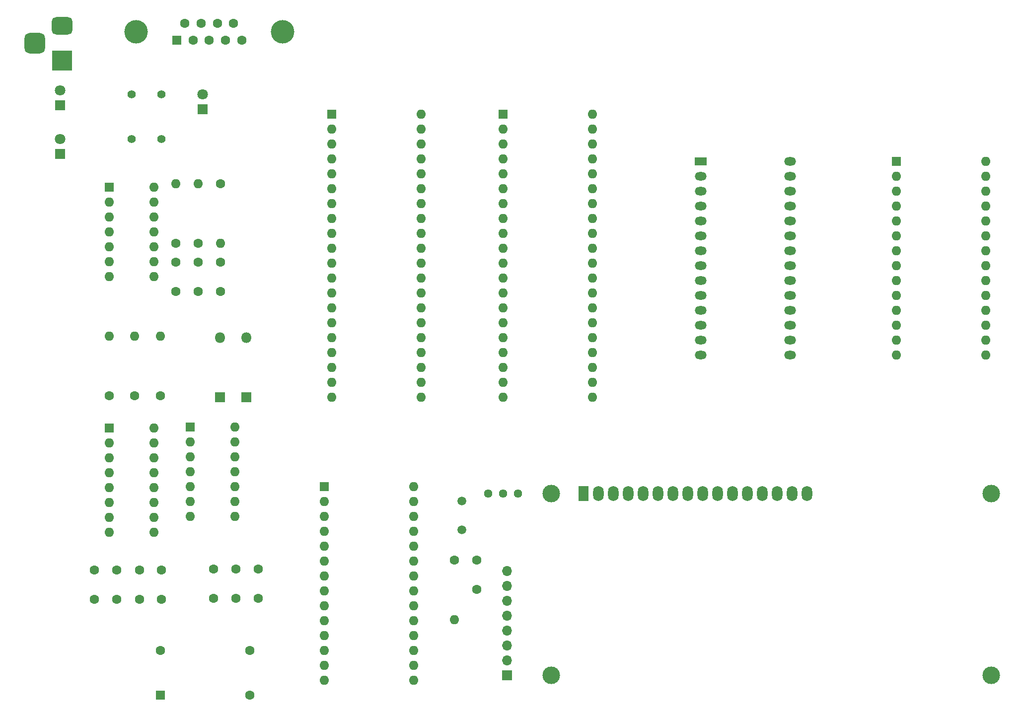
<source format=gbr>
G04 #@! TF.GenerationSoftware,KiCad,Pcbnew,(6.0.10-0)*
G04 #@! TF.CreationDate,2024-07-27T08:04:34-04:00*
G04 #@! TF.ProjectId,6502_wozmon,36353032-5f77-46f7-9a6d-6f6e2e6b6963,rev?*
G04 #@! TF.SameCoordinates,Original*
G04 #@! TF.FileFunction,Soldermask,Top*
G04 #@! TF.FilePolarity,Negative*
%FSLAX46Y46*%
G04 Gerber Fmt 4.6, Leading zero omitted, Abs format (unit mm)*
G04 Created by KiCad (PCBNEW (6.0.10-0)) date 2024-07-27 08:04:34*
%MOMM*%
%LPD*%
G01*
G04 APERTURE LIST*
G04 Aperture macros list*
%AMRoundRect*
0 Rectangle with rounded corners*
0 $1 Rounding radius*
0 $2 $3 $4 $5 $6 $7 $8 $9 X,Y pos of 4 corners*
0 Add a 4 corners polygon primitive as box body*
4,1,4,$2,$3,$4,$5,$6,$7,$8,$9,$2,$3,0*
0 Add four circle primitives for the rounded corners*
1,1,$1+$1,$2,$3*
1,1,$1+$1,$4,$5*
1,1,$1+$1,$6,$7*
1,1,$1+$1,$8,$9*
0 Add four rect primitives between the rounded corners*
20,1,$1+$1,$2,$3,$4,$5,0*
20,1,$1+$1,$4,$5,$6,$7,0*
20,1,$1+$1,$6,$7,$8,$9,0*
20,1,$1+$1,$8,$9,$2,$3,0*%
G04 Aperture macros list end*
%ADD10C,1.600000*%
%ADD11R,1.600000X1.600000*%
%ADD12O,1.600000X1.600000*%
%ADD13C,3.000000*%
%ADD14R,1.800000X2.600000*%
%ADD15O,1.800000X2.600000*%
%ADD16C,4.000000*%
%ADD17R,1.800000X1.800000*%
%ADD18O,1.800000X1.800000*%
%ADD19R,3.500000X3.500000*%
%ADD20RoundRect,0.750000X-1.000000X0.750000X-1.000000X-0.750000X1.000000X-0.750000X1.000000X0.750000X0*%
%ADD21RoundRect,0.875000X-0.875000X0.875000X-0.875000X-0.875000X0.875000X-0.875000X0.875000X0.875000X0*%
%ADD22C,1.800000*%
%ADD23C,1.500000*%
%ADD24C,1.397000*%
%ADD25R,1.700000X1.700000*%
%ADD26O,1.700000X1.700000*%
%ADD27R,2.000000X1.440000*%
%ADD28O,2.000000X1.440000*%
%ADD29C,1.440000*%
G04 APERTURE END LIST*
D10*
G04 #@! TO.C,C9*
X50257500Y-111585000D03*
X50257500Y-116585000D03*
G04 #@! TD*
D11*
G04 #@! TO.C,U3*
X175541666Y-41925000D03*
D12*
X175541666Y-44465000D03*
X175541666Y-47005000D03*
X175541666Y-49545000D03*
X175541666Y-52085000D03*
X175541666Y-54625000D03*
X175541666Y-57165000D03*
X175541666Y-59705000D03*
X175541666Y-62245000D03*
X175541666Y-64785000D03*
X175541666Y-67325000D03*
X175541666Y-69865000D03*
X175541666Y-72405000D03*
X175541666Y-74945000D03*
X190781666Y-74945000D03*
X190781666Y-72405000D03*
X190781666Y-69865000D03*
X190781666Y-67325000D03*
X190781666Y-64785000D03*
X190781666Y-62245000D03*
X190781666Y-59705000D03*
X190781666Y-57165000D03*
X190781666Y-54625000D03*
X190781666Y-52085000D03*
X190781666Y-49545000D03*
X190781666Y-47005000D03*
X190781666Y-44465000D03*
X190781666Y-41925000D03*
G04 #@! TD*
D10*
G04 #@! TO.C,C6*
X38827500Y-111585000D03*
X38827500Y-116585000D03*
G04 #@! TD*
D13*
G04 #@! TO.C,U8*
X191712500Y-98542500D03*
X191711980Y-129543200D03*
X116713400Y-129543200D03*
X116713400Y-98542500D03*
D14*
X122212500Y-98542500D03*
D15*
X124752500Y-98542500D03*
X127292500Y-98542500D03*
X129832500Y-98542500D03*
X132372500Y-98542500D03*
X134912500Y-98542500D03*
X137452500Y-98542500D03*
X139992500Y-98542500D03*
X142532500Y-98542500D03*
X145072500Y-98542500D03*
X147612500Y-98542500D03*
X150152500Y-98542500D03*
X152692500Y-98542500D03*
X155232500Y-98542500D03*
X157772500Y-98542500D03*
X160312500Y-98542500D03*
G04 #@! TD*
D16*
G04 #@! TO.C,J2*
X70910000Y-19810331D03*
X45910000Y-19810331D03*
D11*
X52870000Y-21230331D03*
D10*
X55640000Y-21230331D03*
X58410000Y-21230331D03*
X61180000Y-21230331D03*
X63950000Y-21230331D03*
X54255000Y-18390331D03*
X57025000Y-18390331D03*
X59795000Y-18390331D03*
X62565000Y-18390331D03*
G04 #@! TD*
D17*
G04 #@! TO.C,D1*
X60232500Y-82150000D03*
D18*
X60232500Y-71990000D03*
G04 #@! TD*
D10*
G04 #@! TO.C,C10*
X56515000Y-59095000D03*
X56515000Y-64095000D03*
G04 #@! TD*
G04 #@! TO.C,C8*
X46487500Y-116625000D03*
X46487500Y-111625000D03*
G04 #@! TD*
D19*
G04 #@! TO.C,J1*
X33342500Y-24765000D03*
D20*
X33342500Y-18765000D03*
D21*
X28642500Y-21765000D03*
G04 #@! TD*
D17*
G04 #@! TO.C,D3*
X57257110Y-33025000D03*
D22*
X57257110Y-30485000D03*
G04 #@! TD*
D11*
G04 #@! TO.C,U4*
X78007500Y-97375000D03*
D12*
X78007500Y-99915000D03*
X78007500Y-102455000D03*
X78007500Y-104995000D03*
X78007500Y-107535000D03*
X78007500Y-110075000D03*
X78007500Y-112615000D03*
X78007500Y-115155000D03*
X78007500Y-117695000D03*
X78007500Y-120235000D03*
X78007500Y-122775000D03*
X78007500Y-125315000D03*
X78007500Y-127855000D03*
X78007500Y-130395000D03*
X93247500Y-130395000D03*
X93247500Y-127855000D03*
X93247500Y-125315000D03*
X93247500Y-122775000D03*
X93247500Y-120235000D03*
X93247500Y-117695000D03*
X93247500Y-115155000D03*
X93247500Y-112615000D03*
X93247500Y-110075000D03*
X93247500Y-107535000D03*
X93247500Y-104995000D03*
X93247500Y-102455000D03*
X93247500Y-99915000D03*
X93247500Y-97375000D03*
G04 #@! TD*
D10*
G04 #@! TO.C,R3*
X50072500Y-81910000D03*
D12*
X50072500Y-71750000D03*
G04 #@! TD*
D11*
G04 #@! TO.C,U2*
X79282500Y-33895000D03*
D12*
X79282500Y-36435000D03*
X79282500Y-38975000D03*
X79282500Y-41515000D03*
X79282500Y-44055000D03*
X79282500Y-46595000D03*
X79282500Y-49135000D03*
X79282500Y-51675000D03*
X79282500Y-54215000D03*
X79282500Y-56755000D03*
X79282500Y-59295000D03*
X79282500Y-61835000D03*
X79282500Y-64375000D03*
X79282500Y-66915000D03*
X79282500Y-69455000D03*
X79282500Y-71995000D03*
X79282500Y-74535000D03*
X79282500Y-77075000D03*
X79282500Y-79615000D03*
X79282500Y-82155000D03*
X94522500Y-82155000D03*
X94522500Y-79615000D03*
X94522500Y-77075000D03*
X94522500Y-74535000D03*
X94522500Y-71995000D03*
X94522500Y-69455000D03*
X94522500Y-66915000D03*
X94522500Y-64375000D03*
X94522500Y-61835000D03*
X94522500Y-59295000D03*
X94522500Y-56755000D03*
X94522500Y-54215000D03*
X94522500Y-51675000D03*
X94522500Y-49135000D03*
X94522500Y-46595000D03*
X94522500Y-44055000D03*
X94522500Y-41515000D03*
X94522500Y-38975000D03*
X94522500Y-36435000D03*
X94522500Y-33895000D03*
G04 #@! TD*
D11*
G04 #@! TO.C,U7*
X108492500Y-33890000D03*
D12*
X108492500Y-36430000D03*
X108492500Y-38970000D03*
X108492500Y-41510000D03*
X108492500Y-44050000D03*
X108492500Y-46590000D03*
X108492500Y-49130000D03*
X108492500Y-51670000D03*
X108492500Y-54210000D03*
X108492500Y-56750000D03*
X108492500Y-59290000D03*
X108492500Y-61830000D03*
X108492500Y-64370000D03*
X108492500Y-66910000D03*
X108492500Y-69450000D03*
X108492500Y-71990000D03*
X108492500Y-74530000D03*
X108492500Y-77070000D03*
X108492500Y-79610000D03*
X108492500Y-82150000D03*
X123732500Y-82150000D03*
X123732500Y-79610000D03*
X123732500Y-77070000D03*
X123732500Y-74530000D03*
X123732500Y-71990000D03*
X123732500Y-69450000D03*
X123732500Y-66910000D03*
X123732500Y-64370000D03*
X123732500Y-61830000D03*
X123732500Y-59290000D03*
X123732500Y-56750000D03*
X123732500Y-54210000D03*
X123732500Y-51670000D03*
X123732500Y-49130000D03*
X123732500Y-46590000D03*
X123732500Y-44050000D03*
X123732500Y-41510000D03*
X123732500Y-38970000D03*
X123732500Y-36430000D03*
X123732500Y-33890000D03*
G04 #@! TD*
D23*
G04 #@! TO.C,Y1*
X101502500Y-99845000D03*
X101502500Y-104745000D03*
G04 #@! TD*
D11*
G04 #@! TO.C,U1*
X55162500Y-87225000D03*
D12*
X55162500Y-89765000D03*
X55162500Y-92305000D03*
X55162500Y-94845000D03*
X55162500Y-97385000D03*
X55162500Y-99925000D03*
X55162500Y-102465000D03*
X62782500Y-102465000D03*
X62782500Y-99925000D03*
X62782500Y-97385000D03*
X62782500Y-94845000D03*
X62782500Y-92305000D03*
X62782500Y-89765000D03*
X62782500Y-87225000D03*
G04 #@! TD*
D10*
G04 #@! TO.C,R4*
X100232500Y-109915000D03*
D12*
X100232500Y-120075000D03*
G04 #@! TD*
D10*
G04 #@! TO.C,C1*
X52705000Y-59095000D03*
X52705000Y-64095000D03*
G04 #@! TD*
G04 #@! TO.C,C5*
X104042500Y-109915000D03*
X104042500Y-114915000D03*
G04 #@! TD*
D24*
G04 #@! TO.C,SW2*
X45212000Y-38100000D03*
X45212000Y-30480000D03*
X50292000Y-38100000D03*
X50292000Y-30480000D03*
G04 #@! TD*
D10*
G04 #@! TO.C,R2*
X41382500Y-81910000D03*
D12*
X41382500Y-71750000D03*
G04 #@! TD*
D17*
G04 #@! TO.C,LED_1*
X33020000Y-32365048D03*
D22*
X33020000Y-29825048D03*
G04 #@! TD*
D10*
G04 #@! TO.C,C2*
X59167500Y-111400000D03*
X59167500Y-116400000D03*
G04 #@! TD*
D11*
G04 #@! TO.C,U6*
X41377500Y-87405000D03*
D12*
X41377500Y-89945000D03*
X41377500Y-92485000D03*
X41377500Y-95025000D03*
X41377500Y-97565000D03*
X41377500Y-100105000D03*
X41377500Y-102645000D03*
X41377500Y-105185000D03*
X48997500Y-105185000D03*
X48997500Y-102645000D03*
X48997500Y-100105000D03*
X48997500Y-97565000D03*
X48997500Y-95025000D03*
X48997500Y-92485000D03*
X48997500Y-89945000D03*
X48997500Y-87405000D03*
G04 #@! TD*
D10*
G04 #@! TO.C,R6*
X56515000Y-55880000D03*
D12*
X56515000Y-45720000D03*
G04 #@! TD*
D10*
G04 #@! TO.C,R5*
X45660833Y-81910000D03*
D12*
X45660833Y-71750000D03*
G04 #@! TD*
D10*
G04 #@! TO.C,C7*
X42637500Y-111585000D03*
X42637500Y-116585000D03*
G04 #@! TD*
G04 #@! TO.C,C4*
X66787500Y-111400000D03*
X66787500Y-116400000D03*
G04 #@! TD*
D17*
G04 #@! TO.C,LED_2*
X33020000Y-40630024D03*
D22*
X33020000Y-38090024D03*
G04 #@! TD*
D25*
G04 #@! TO.C,J4*
X109220000Y-129525000D03*
D26*
X109220000Y-126985000D03*
X109220000Y-124445000D03*
X109220000Y-121905000D03*
X109220000Y-119365000D03*
X109220000Y-116825000D03*
X109220000Y-114285000D03*
X109220000Y-111745000D03*
G04 #@! TD*
D11*
G04 #@! TO.C,X1*
X50072500Y-132950000D03*
D10*
X65312500Y-132950000D03*
X65312500Y-125330000D03*
X50072500Y-125330000D03*
G04 #@! TD*
G04 #@! TO.C,R7*
X60325000Y-45720000D03*
D12*
X60325000Y-55880000D03*
G04 #@! TD*
D10*
G04 #@! TO.C,C3*
X62977500Y-111400000D03*
X62977500Y-116400000D03*
G04 #@! TD*
G04 #@! TO.C,R1*
X52705000Y-55880000D03*
D12*
X52705000Y-45720000D03*
G04 #@! TD*
D10*
G04 #@! TO.C,C11*
X60325000Y-59095000D03*
X60325000Y-64095000D03*
G04 #@! TD*
D11*
G04 #@! TO.C,U9*
X41377500Y-46350000D03*
D12*
X41377500Y-48890000D03*
X41377500Y-51430000D03*
X41377500Y-53970000D03*
X41377500Y-56510000D03*
X41377500Y-59050000D03*
X41377500Y-61590000D03*
X48997500Y-61590000D03*
X48997500Y-59050000D03*
X48997500Y-56510000D03*
X48997500Y-53970000D03*
X48997500Y-51430000D03*
X48997500Y-48890000D03*
X48997500Y-46350000D03*
G04 #@! TD*
D17*
G04 #@! TO.C,D2*
X64710834Y-82150000D03*
D18*
X64710834Y-71990000D03*
G04 #@! TD*
D27*
G04 #@! TO.C,U5*
X142240000Y-41910000D03*
D28*
X142240000Y-44450000D03*
X142240000Y-46990000D03*
X142240000Y-49530000D03*
X142240000Y-52070000D03*
X142240000Y-54610000D03*
X142240000Y-57150000D03*
X142240000Y-59690000D03*
X142240000Y-62230000D03*
X142240000Y-64770000D03*
X142240000Y-67310000D03*
X142240000Y-69850000D03*
X142240000Y-72390000D03*
X142240000Y-74930000D03*
X157480000Y-74930000D03*
X157480000Y-72390000D03*
X157480000Y-69850000D03*
X157480000Y-67310000D03*
X157480000Y-64770000D03*
X157480000Y-62230000D03*
X157480000Y-59690000D03*
X157480000Y-57150000D03*
X157480000Y-54610000D03*
X157480000Y-52070000D03*
X157480000Y-49530000D03*
X157480000Y-46990000D03*
X157480000Y-44450000D03*
X157480000Y-41910000D03*
G04 #@! TD*
D29*
G04 #@! TO.C,RV1*
X111017500Y-98585000D03*
X108477500Y-98585000D03*
X105937500Y-98585000D03*
G04 #@! TD*
M02*

</source>
